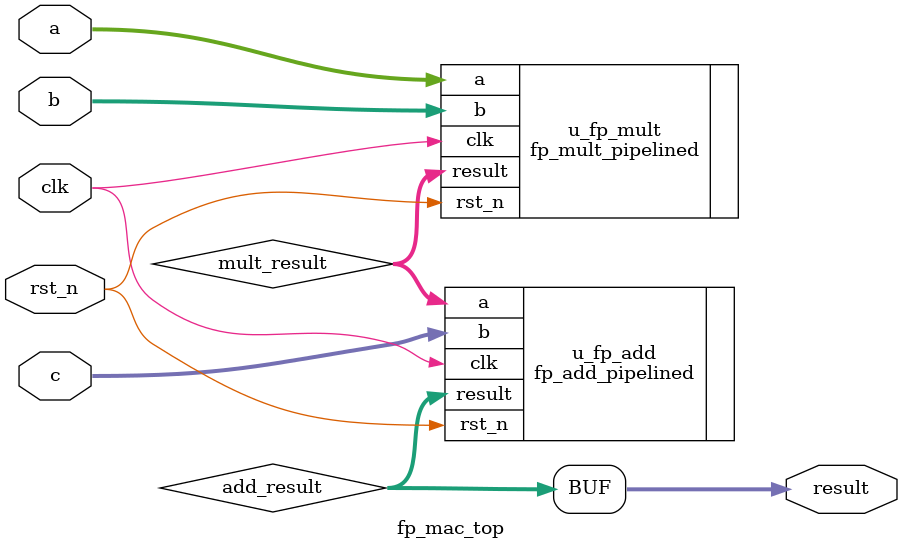
<source format=sv>
module fp_mac_top #(parameter N = 16)
(
    input  logic clk,
    input  logic rst_n,
    input  logic [N-1:0] a,   // 16-bit floating-point input a
    input  logic [N-1:0] b,   // 16-bit floating-point input b
    input  logic [N-1:0] c,   // 16-bit floating-point accumulator input (c)
    output logic [N-1:0] result // 16-bit floating-point MAC result
);

    // Internal signals between modules
    logic [N-1:0] mult_result; // Output from the pipelined multiplier
    logic [N-1:0] add_result;  // Output from the pipelined adder (MAC result)

    // Stage 1: Pipelined floating-point multiplier
    fp_mult_pipelined #(.N(N)) u_fp_mult (
        .clk(clk),
        .rst_n(rst_n),
        .a(a),
        .b(b),
        .result(mult_result)
    );

    // Stage 2: Pipelined floating-point adder (accumulator)
    fp_add_pipelined #(.N(N)) u_fp_add (
        .clk(clk),
        .rst_n(rst_n),
        .a(mult_result),
        .b(c),
        .result(add_result)
    );

    // Output the result of the MAC operation
    assign result = add_result;

endmodule
</source>
